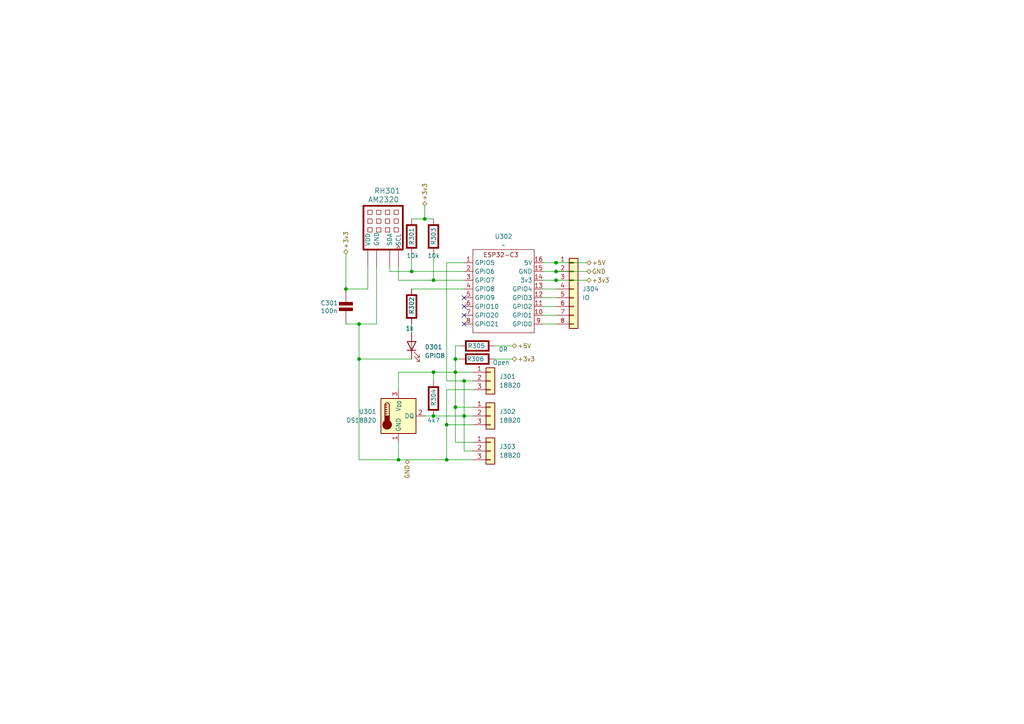
<source format=kicad_sch>
(kicad_sch (version 20231120) (generator "eeschema") (generator_version "8.0")
  (paper "A4")
  (lib_symbols
    (symbol "Connector_Generic:Conn_01x08" (pin_names (offset 1.016) hide)
      (property "Reference" "J" (at 0 10.16 0))
      (property "Value" "Conn_01x08" (at 0 -12.7 0))
      (symbol "Conn_01x08_1_1"
        (rectangle (start -1.27 -10.033) (end 0 -10.287) (stroke (width 0.1524)))
        (rectangle (start -1.27 -7.493) (end 0 -7.747) (stroke (width 0.1524)))
        (rectangle (start -1.27 -4.953) (end 0 -5.207) (stroke (width 0.1524)))
        (rectangle (start -1.27 -2.413) (end 0 -2.667) (stroke (width 0.1524)))
        (rectangle (start -1.27 0.127) (end 0 -0.127) (stroke (width 0.1524)))
        (rectangle (start -1.27 2.667) (end 0 2.413) (stroke (width 0.1524)))
        (rectangle (start -1.27 5.207) (end 0 4.953) (stroke (width 0.1524)))
        (rectangle (start -1.27 7.747) (end 0 7.493) (stroke (width 0.1524)))
        (rectangle (start -1.27 8.89) (end 1.27 -11.43) (stroke (width 0.254)) (fill (type background)))
        (pin passive line (at -5.08 7.62 0) (length 3.81) (name "Pin_1") (number "1"))
        (pin passive line (at -5.08 5.08 0) (length 3.81) (name "Pin_2") (number "2"))
        (pin passive line (at -5.08 2.54 0) (length 3.81) (name "Pin_3") (number "3"))
        (pin passive line (at -5.08 0 0) (length 3.81) (name "Pin_4") (number "4"))
        (pin passive line (at -5.08 -2.54 0) (length 3.81) (name "Pin_5") (number "5"))
        (pin passive line (at -5.08 -5.08 0) (length 3.81) (name "Pin_6") (number "6"))
        (pin passive line (at -5.08 -7.62 0) (length 3.81) (name "Pin_7") (number "7"))
        (pin passive line (at -5.08 -10.16 0) (length 3.81) (name "Pin_8") (number "8"))
      )
    )
    (symbol "Device:LED" (pin_numbers hide) (pin_names (offset 1.016) hide)
      (property "Reference" "D" (at 0 2.54 0))
      (property "Value" "LED" (at 0 -2.54 0))
      (symbol "LED_0_1"
        (polyline (pts (xy -1.27 -1.27) (xy -1.27 1.27)) (stroke (width 0.254)))
        (polyline (pts (xy -1.27 0) (xy 1.27 0)))
        (polyline (pts (xy 1.27 -1.27) (xy 1.27 1.27) (xy -1.27 0) (xy 1.27 -1.27)) (stroke (width 0.254)))
        (polyline (pts (xy -3.048 -0.762) (xy -4.572 -2.286) (xy -3.81 -2.286) (xy -4.572 -2.286) (xy -4.572 -1.524)))
        (polyline (pts (xy -1.778 -0.762) (xy -3.302 -2.286) (xy -2.54 -2.286) (xy -3.302 -2.286) (xy -3.302 -1.524)))
      )
      (symbol "LED_1_1"
        (pin passive line (at -3.81 0 0) (length 2.54) (name "K") (number "1"))
        (pin passive line (at 3.81 0 180) (length 2.54) (name "A") (number "2"))
      )
    )
    (symbol "PCM_4ms_Connector:Conn_01x03" (pin_names (offset 1.016) hide)
      (property "Reference" "J" (at 0 5.08 0))
      (property "Value" "Conn_01x03" (at 0 -5.08 0))
      (symbol "Conn_01x03_1_1"
        (rectangle (start -1.27 -2.413) (end 0 -2.667) (stroke (width 0.1524)))
        (rectangle (start -1.27 0.127) (end 0 -0.127) (stroke (width 0.1524)))
        (rectangle (start -1.27 2.667) (end 0 2.413) (stroke (width 0.1524)))
        (rectangle (start -1.27 3.81) (end 1.27 -3.81) (stroke (width 0.254)) (fill (type background)))
        (pin passive line (at -5.08 2.54 0) (length 3.81) (name "Pin_1") (number "1"))
        (pin passive line (at -5.08 0 0) (length 3.81) (name "Pin_2") (number "2"))
        (pin passive line (at -5.08 -2.54 0) (length 3.81) (name "Pin_3") (number "3"))
      )
    )
    (symbol "PCM_Elektuur:C" (pin_numbers hide) (pin_names (offset 0) hide)
      (property "Reference" "C" (at 0.635 3.175 0))
      (property "Value" "C" (at 0.635 -3.175 0))
      (symbol "C_1_1"
        (rectangle (start -1.905 -0.4318) (end 1.905 -1.1938) (stroke (width 0.254)) (fill (type outline)))
        (rectangle (start -1.905 1.1938) (end 1.905 0.4318) (stroke (width 0.254)) (fill (type outline)))
        (pin passive line (at 0 5.08 270) (length 3.8862) (name "+") (number "1"))
        (pin passive line (at 0 -5.08 90) (length 3.8862) (name "-") (number "2"))
      )
      (symbol "C_1_2"
        (polyline (pts (xy -1.905 -1.4986) (xy 1.905 -1.4986) (xy 1.905 -0.4318) (xy -1.905 -0.4318) (xy -1.905 -1.4986) (xy -1.8034 -1.397) (xy -1.8034 -0.5334) (xy 1.8034 -0.5334) (xy 1.8034 -1.397) (xy -1.8034 -1.397) (xy -1.905 -1.4986)) (stroke (width 0.254)) (fill (type outline)))
        (polyline (pts (xy -1.905 0.4318) (xy 1.905 0.4318) (xy 1.905 1.4986) (xy -1.905 1.4986) (xy -1.905 0.4318) (xy -1.8034 0.5334) (xy -1.8034 1.397) (xy 1.8034 1.397) (xy 1.8034 0.5334) (xy -1.8034 0.5334) (xy -1.905 0.4318)) (stroke (width 0.254)) (fill (type outline)))
        (pin passive line (at 0 5.08 270) (length 3.5814) (name "+") (number "1"))
        (pin passive line (at 0 -5.08 90) (length 3.5814) (name "-") (number "2"))
      )
    )
    (symbol "PCM_Elektuur:R" (pin_numbers hide) (pin_names (offset 0) hide)
      (property "Reference" "R" (at 2.54 3.175 0))
      (property "Value" "R" (at 0 0 90))
      (symbol "R_1_1"
        (polyline (pts (xy -1.524 -3.429) (xy 1.524 -3.429) (xy 1.524 3.429) (xy -1.524 3.429) (xy -1.524 -3.429) (xy -1.27 -3.175) (xy -1.27 3.175) (xy 1.27 3.175) (xy 1.27 -3.175) (xy -1.27 -3.175) (xy -1.524 -3.429)) (stroke (width 0.254)) (fill (type outline)))
        (pin passive line (at 0 5.08 270) (length 1.651) (name "+") (number "1"))
        (pin passive line (at 0 -5.08 90) (length 1.651) (name "-") (number "2"))
      )
      (symbol "R_1_2"
        (polyline (pts (xy -0.508 -3.429) (xy 1.524 -3.429) (xy 1.524 3.429) (xy -0.508 3.429) (xy -0.508 3.175) (xy 1.27 3.175) (xy 1.27 -3.175) (xy -0.508 -3.175) (xy -0.508 -3.429)) (stroke (width 0.254)) (fill (type outline)))
        (pin passive line (at 0 5.08 270) (length 1.651) (name "+") (number "1"))
        (pin passive line (at 0 -5.08 90) (length 1.651) (name "-") (number "2"))
      )
      (symbol "R_1_3"
        (polyline (pts (xy 0 3.4798) (xy 0 3.2004) (xy 0.7112 2.794) (xy -1.1938 1.6764) (xy 0.7112 0.5588) (xy -1.1938 -0.5588) (xy 0.7112 -1.6764) (xy -1.1938 -2.794) (xy 0 -3.4798) (xy 0 -3.2004) (xy -0.7112 -2.794) (xy 1.1938 -1.6764) (xy -0.7112 -0.5588) (xy 1.1938 0.5588) (xy -0.7112 1.6764) (xy 1.1938 2.794) (xy 0 3.4798)) (stroke (width 0.254)) (fill (type outline)))
        (pin passive line (at 0 5.08 270) (length 1.6002) (name "+") (number "1"))
        (pin passive line (at 0 -5.08 90) (length 1.6002) (name "-") (number "2"))
      )
      (symbol "R_1_4"
        (polyline (pts (xy 0 4.5466) (xy 0 4.2672) (xy 0.0508 4.2418) (xy 1.016 3.683) (xy -1.524 2.2098) (xy 1.016 0.7366) (xy -1.524 -0.7366) (xy 1.016 -2.2098) (xy -1.524 -3.683) (xy -0.0762 -4.5212) (xy 0 -4.5466) (xy 0 -4.2672) (xy -0.0508 -4.2418) (xy -1.016 -3.683) (xy 1.524 -2.2098) (xy -1.016 -0.7366) (xy 1.524 0.7366) (xy -1.016 2.2098) (xy 1.524 3.683) (xy 0.0762 4.5212) (xy 0 4.5466)) (stroke (width 0.254)) (fill (type outline)))
        (pin passive line (at 0 5.08 270) (length 0.5334) (name "+") (number "1"))
        (pin passive line (at 0 -5.08 90) (length 0.5334) (name "-") (number "2"))
      )
    )
    (symbol "Sensor_Temperature:DS18B20"
      (property "Reference" "U" (at -3.81 6.35 0))
      (property "Value" "DS18B20" (at 6.35 6.35 0))
      (symbol "DS18B20_0_1"
        (rectangle (start -5.08 5.08) (end 5.08 -5.08) (stroke (width 0.254)) (fill (type background)))
        (circle (center -3.302 -2.54) (radius 1.27) (stroke (width 0.254)) (fill (type outline)))
        (rectangle (start -2.667 -1.905) (end -3.937 0) (stroke (width 0.254)) (fill (type outline)))
        (arc (start -2.667 3.175) (mid -3.302 3.8073) (end -3.937 3.175) (stroke (width 0.254)))
        (polyline (pts (xy -3.937 0.635) (xy -3.302 0.635)) (stroke (width 0.254)))
        (polyline (pts (xy -3.937 1.27) (xy -3.302 1.27)) (stroke (width 0.254)))
        (polyline (pts (xy -3.937 1.905) (xy -3.302 1.905)) (stroke (width 0.254)))
        (polyline (pts (xy -3.937 2.54) (xy -3.302 2.54)) (stroke (width 0.254)))
        (polyline (pts (xy -3.937 3.175) (xy -3.937 0)) (stroke (width 0.254)))
        (polyline (pts (xy -3.937 3.175) (xy -3.302 3.175)) (stroke (width 0.254)))
        (polyline (pts (xy -2.667 3.175) (xy -2.667 0)) (stroke (width 0.254)))
      )
      (symbol "DS18B20_1_1"
        (pin power_in line (at 0 -7.62 90) (length 2.54) (name "GND") (number "1"))
        (pin bidirectional line (at 7.62 0 180) (length 2.54) (name "DQ") (number "2"))
        (pin power_in line (at 0 7.62 270) (length 2.54) (name "V_{DD}") (number "3"))
      )
    )
    (symbol "nosuz:AM2320" (pin_numbers hide) (pin_names (offset 1.016))
      (property "Reference" "RH" (at 0 11.43 0))
      (property "Value" "AM2320" (at -6.35 3.81 90))
      (symbol "AM2320_0_1"
        (rectangle (start -3.81 3.81) (end -2.54 2.54))
        (rectangle (start -3.81 6.35) (end -2.54 5.08))
        (rectangle (start -3.81 8.89) (end -2.54 7.62))
        (rectangle (start -1.27 3.81) (end 0 2.54))
        (rectangle (start -1.27 6.35) (end 0 5.08))
        (rectangle (start -1.27 8.89) (end 0 7.62))
        (rectangle (start 1.27 3.81) (end 2.54 2.54))
        (rectangle (start 1.27 6.35) (end 2.54 5.08))
        (rectangle (start 1.27 8.89) (end 2.54 7.62))
        (rectangle (start 3.81 3.81) (end 5.08 2.54))
        (rectangle (start 3.81 6.35) (end 5.08 5.08))
        (rectangle (start 3.81 8.89) (end 5.08 7.62))
        (rectangle (start 6.35 -2.54) (end -5.08 10.16) (stroke (width 0.508)))
      )
      (symbol "AM2320_1_1"
        (pin passive line (at -3.81 -7.62 90) (length 5.08) (name "VDD") (number "1"))
        (pin bidirectional line (at 2.54 -7.62 90) (length 5.08) (name "SDA") (number "2"))
        (pin passive line (at -1.27 -7.62 90) (length 5.08) (name "GND") (number "3"))
        (pin input clock (at 5.08 -7.62 90) (length 5.08) (name "SCL") (number "4"))
      )
    )
    (symbol "wemos_mini:ESP32-C3_SuperMini"
      (property "Reference" "U" (at 0 2.286 0))
      (symbol "ESP32-C3_SuperMini_0_1"
        (rectangle (start -8.89 1.27) (end 8.89 -22.86))
      )
      (symbol "ESP32-C3_SuperMini_1_1"
        (text "ESP32-C3" (at -0.762 -0.254 0) (effects (font (size 1.27 1.27))))
        (pin bidirectional line (at -11.43 -2.54 0) (length 2.54) (name "GPIO5") (number "1"))
        (pin bidirectional line (at 11.43 -17.78 180) (length 2.54) (name "GPIO1") (number "10"))
        (pin bidirectional line (at 11.43 -15.24 180) (length 2.54) (name "GPIO2") (number "11"))
        (pin bidirectional line (at 11.43 -12.7 180) (length 2.54) (name "GPIO3") (number "12"))
        (pin power_out line (at 11.43 -10.16 180) (length 2.54) (name "GPIO4") (number "13"))
        (pin power_out line (at 11.43 -7.62 180) (length 2.54) (name "3v3") (number "14"))
        (pin power_in line (at 11.43 -5.08 180) (length 2.54) (name "GND") (number "15"))
        (pin power_in line (at 11.43 -2.54 180) (length 2.54) (name "5V") (number "16"))
        (pin bidirectional line (at -11.43 -5.08 0) (length 2.54) (name "GPIO6") (number "2"))
        (pin bidirectional line (at -11.43 -7.62 0) (length 2.54) (name "GPIO7") (number "3"))
        (pin bidirectional line (at -11.43 -10.16 0) (length 2.54) (name "GPIO8") (number "4"))
        (pin bidirectional line (at -11.43 -12.7 0) (length 2.54) (name "GPIO9") (number "5"))
        (pin bidirectional line (at -11.43 -15.24 0) (length 2.54) (name "GPIO10") (number "6"))
        (pin bidirectional line (at -11.43 -17.78 0) (length 2.54) (name "GPIO20") (number "7"))
        (pin bidirectional line (at -11.43 -20.32 0) (length 2.54) (name "GPIO21") (number "8"))
        (pin bidirectional line (at 11.43 -20.32 180) (length 2.54) (name "GPIO0") (number "9"))
      )
    )
  )
  (junction (at 161.29 81.28))
  (junction (at 119.38 78.74))
  (junction (at 125.73 81.28))
  (junction (at 123.19 63.5))
  (junction (at 161.29 76.2))
  (junction (at 134.62 120.65))
  (junction (at 161.29 78.74))
  (junction (at 100.33 83.82))
  (junction (at 125.73 120.65))
  (junction (at 104.14 104.14))
  (junction (at 132.08 118.11))
  (junction (at 125.73 107.95))
  (junction (at 132.08 104.14))
  (junction (at 115.57 133.35))
  (junction (at 134.62 110.49))
  (junction (at 129.54 133.35))
  (junction (at 104.14 93.98))
  (junction (at 129.54 123.19))
  (junction (at 132.08 107.95))
  (no_connect (at 134.62 93.98))
  (no_connect (at 134.62 88.9))
  (no_connect (at 134.62 86.36))
  (no_connect (at 134.62 91.44))
  (wire (pts (xy 137.16 118.11) (xy 132.08 118.11)))
  (wire (pts (xy 157.48 93.98) (xy 161.29 93.98)))
  (wire (pts (xy 134.62 120.65) (xy 137.16 120.65)))
  (wire (pts (xy 115.57 81.28) (xy 115.57 77.47)))
  (wire (pts (xy 157.48 83.82) (xy 161.29 83.82)))
  (wire (pts (xy 134.62 110.49) (xy 129.54 110.49)))
  (wire (pts (xy 134.62 120.65) (xy 134.62 110.49)))
  (wire (pts (xy 161.29 81.28) (xy 170.18 81.28)))
  (wire (pts (xy 125.73 120.65) (xy 134.62 120.65)))
  (wire (pts (xy 157.48 86.36) (xy 161.29 86.36)))
  (wire (pts (xy 134.62 78.74) (xy 119.38 78.74)))
  (wire (pts (xy 115.57 128.27) (xy 115.57 133.35)))
  (wire (pts (xy 132.08 107.95) (xy 125.73 107.95)))
  (wire (pts (xy 137.16 123.19) (xy 129.54 123.19)))
  (wire (pts (xy 115.57 113.03) (xy 115.57 107.95)))
  (wire (pts (xy 161.29 78.74) (xy 170.18 78.74)))
  (wire (pts (xy 133.35 100.33) (xy 132.08 100.33)))
  (wire (pts (xy 157.48 76.2) (xy 161.29 76.2)))
  (wire (pts (xy 119.38 93.98) (xy 119.38 96.52)))
  (wire (pts (xy 119.38 73.66) (xy 119.38 78.74)))
  (wire (pts (xy 125.73 107.95) (xy 125.73 110.49)))
  (wire (pts (xy 129.54 113.03) (xy 137.16 113.03)))
  (wire (pts (xy 129.54 133.35) (xy 129.54 123.19)))
  (wire (pts (xy 132.08 100.33) (xy 132.08 104.14)))
  (wire (pts (xy 106.68 77.47) (xy 106.68 83.82)))
  (wire (pts (xy 132.08 104.14) (xy 133.35 104.14)))
  (wire (pts (xy 115.57 107.95) (xy 125.73 107.95)))
  (wire (pts (xy 115.57 81.28) (xy 125.73 81.28)))
  (wire (pts (xy 125.73 81.28) (xy 134.62 81.28)))
  (wire (pts (xy 129.54 76.2) (xy 134.62 76.2)))
  (wire (pts (xy 115.57 133.35) (xy 129.54 133.35)))
  (wire (pts (xy 104.14 93.98) (xy 104.14 104.14)))
  (wire (pts (xy 132.08 104.14) (xy 132.08 107.95)))
  (wire (pts (xy 119.38 63.5) (xy 123.19 63.5)))
  (wire (pts (xy 104.14 133.35) (xy 115.57 133.35)))
  (wire (pts (xy 119.38 83.82) (xy 134.62 83.82)))
  (wire (pts (xy 104.14 104.14) (xy 104.14 133.35)))
  (wire (pts (xy 161.29 76.2) (xy 170.18 76.2)))
  (wire (pts (xy 134.62 130.81) (xy 134.62 120.65)))
  (wire (pts (xy 143.51 104.14) (xy 148.59 104.14)))
  (wire (pts (xy 132.08 118.11) (xy 132.08 107.95)))
  (wire (pts (xy 134.62 110.49) (xy 137.16 110.49)))
  (wire (pts (xy 104.14 104.14) (xy 119.38 104.14)))
  (wire (pts (xy 157.48 91.44) (xy 161.29 91.44)))
  (wire (pts (xy 129.54 133.35) (xy 137.16 133.35)))
  (wire (pts (xy 123.19 63.5) (xy 125.73 63.5)))
  (wire (pts (xy 157.48 88.9) (xy 161.29 88.9)))
  (wire (pts (xy 132.08 107.95) (xy 137.16 107.95)))
  (wire (pts (xy 129.54 110.49) (xy 129.54 76.2)))
  (wire (pts (xy 109.22 77.47) (xy 109.22 93.98)))
  (wire (pts (xy 137.16 130.81) (xy 134.62 130.81)))
  (wire (pts (xy 157.48 81.28) (xy 161.29 81.28)))
  (wire (pts (xy 132.08 128.27) (xy 132.08 118.11)))
  (wire (pts (xy 100.33 73.66) (xy 100.33 83.82)))
  (wire (pts (xy 137.16 128.27) (xy 132.08 128.27)))
  (wire (pts (xy 123.19 59.69) (xy 123.19 63.5)))
  (wire (pts (xy 125.73 73.66) (xy 125.73 81.28)))
  (wire (pts (xy 157.48 78.74) (xy 161.29 78.74)))
  (wire (pts (xy 113.03 78.74) (xy 113.03 77.47)))
  (wire (pts (xy 104.14 93.98) (xy 109.22 93.98)))
  (wire (pts (xy 123.19 120.65) (xy 125.73 120.65)))
  (wire (pts (xy 129.54 123.19) (xy 129.54 113.03)))
  (wire (pts (xy 100.33 93.98) (xy 104.14 93.98)))
  (wire (pts (xy 100.33 83.82) (xy 106.68 83.82)))
  (wire (pts (xy 148.59 100.33) (xy 143.51 100.33)))
  (wire (pts (xy 119.38 78.74) (xy 113.03 78.74)))
  (hierarchical_label "+5V" (shape bidirectional) (at 170.18 76.2 0))
  (hierarchical_label "GND" (shape bidirectional) (at 170.18 78.74 0))
  (hierarchical_label "+5V" (shape bidirectional) (at 148.59 100.33 0))
  (hierarchical_label "+3v3" (shape bidirectional) (at 170.18 81.28 0))
  (hierarchical_label "GND" (shape bidirectional) (at 118.11 133.35 270))
  (hierarchical_label "+3v3" (shape bidirectional) (at 100.33 73.66 90))
  (hierarchical_label "+3v3" (shape bidirectional) (at 123.19 59.69 90))
  (hierarchical_label "+3v3" (shape bidirectional) (at 148.59 104.14 0))
  (symbol (lib_id "PCM_4ms_Connector:Conn_01x03") (at 142.24 120.65 0) (unit 1)
    (property "Reference" "J302" (at 144.78 119.3799 0) (effects (justify left)))
    (property "Value" "18B20" (at 144.78 121.9199 0) (effects (justify left)))
    (property "Footprint" "PCM_4ms_Connector:Pins_1x03_2.54mm_TH" (effects (hide yes)))
    (property "Description" "HEADER 1x3 MALE PINS 0.100” 180deg" (effects (hide yes)))
    (property "Specifications" "HEADER 1x3 MALE PINS 0.100” 180deg" (effects (hide yes)))
    (property "Manufacturer" "TAD" (effects (hide yes)))
    (property "Part Number" "1-0301FBV0T" (effects (hide yes)))
  )
  (symbol (lib_id "PCM_Elektuur:R") (at 125.73 68.58 0) (unit 1)
    (property "Reference" "R303" (at 125.73 71.12 90) (effects (justify left)))
    (property "Value" "10k" (at 123.952 74.168 0) (effects (justify left)))
    (property "Footprint" "Resistor_SMD:R_0805_2012Metric" (effects (hide yes)))
    (property "Description" "resistor" (effects (hide yes)))
    (property "Indicator" "+" (effects (hide yes)))
    (property "Rating" "W" (effects (hide yes)))
  )
  (symbol (lib_id "PCM_4ms_Connector:Conn_01x03") (at 142.24 110.49 0) (unit 1)
    (property "Reference" "J301" (at 144.78 109.2199 0) (effects (justify left)))
    (property "Value" "18B20" (at 144.78 111.7599 0) (effects (justify left)))
    (property "Footprint" "PCM_4ms_Connector:Pins_1x03_2.54mm_TH" (effects (hide yes)))
    (property "Description" "HEADER 1x3 MALE PINS 0.100” 180deg" (effects (hide yes)))
    (property "Specifications" "HEADER 1x3 MALE PINS 0.100” 180deg" (effects (hide yes)))
    (property "Manufacturer" "TAD" (effects (hide yes)))
    (property "Part Number" "1-0301FBV0T" (effects (hide yes)))
  )
  (symbol (lib_id "PCM_Elektuur:R") (at 119.38 88.9 0) (unit 1)
    (property "Reference" "R302" (at 119.38 91.186 90) (effects (justify left)))
    (property "Value" "1k" (at 117.602 95.25 0) (effects (justify left)))
    (property "Footprint" "Resistor_SMD:R_0805_2012Metric" (effects (hide yes)))
    (property "Description" "resistor" (effects (hide yes)))
    (property "Indicator" "+" (effects (hide yes)))
    (property "Rating" "W" (effects (hide yes)))
  )
  (symbol (lib_id "PCM_Elektuur:C") (at 100.33 88.9 0) (unit 1)
    (property "Reference" "C301" (at 92.964 87.884 0) (effects (justify left)))
    (property "Value" "100n" (at 92.964 90.17 0) (effects (justify left)))
    (property "Footprint" "Capacitor_SMD:C_0805_2012Metric" (effects (hide yes)))
    (property "Description" "capacitor, non-polarized/bipolar" (effects (hide yes)))
    (property "Indicator" "+" (effects (hide yes)))
    (property "Rating" "V" (effects (hide yes)))
  )
  (symbol (lib_id "PCM_Elektuur:R") (at 119.38 68.58 0) (unit 1)
    (property "Reference" "R301" (at 119.38 71.12 90) (effects (justify left)))
    (property "Value" "10k" (at 117.856 74.168 0) (effects (justify left)))
    (property "Footprint" "Resistor_SMD:R_0805_2012Metric" (effects (hide yes)))
    (property "Description" "resistor" (effects (hide yes)))
    (property "Indicator" "+" (effects (hide yes)))
    (property "Rating" "W" (effects (hide yes)))
  )
  (symbol (lib_id "nosuz:AM2320") (at 110.49 69.85 0) (unit 1)
    (property "Reference" "RH301" (at 108.458 55.372 0) (effects (font (size 1.524 1.524)) (justify left)))
    (property "Value" "AM2320" (at 106.68 57.912 0) (effects (font (size 1.524 1.524)) (justify left)))
    (property "Footprint" "Sensor:ASAIR_AM2302_P2.54mm_Vertical" (effects (hide yes)))
    (property "Description" "Temp and Relative Humidity Sensor" (effects (hide yes)))
  )
  (symbol (lib_id "PCM_Elektuur:R") (at 138.43 100.33 90) (unit 1)
    (property "Reference" "R305" (at 140.716 100.33 90) (effects (justify left)))
    (property "Value" "0R" (at 147.32 101.346 90) (effects (justify left)))
    (property "Footprint" "Resistor_SMD:R_0805_2012Metric" (effects (hide yes)))
    (property "Description" "resistor" (effects (hide yes)))
    (property "Indicator" "+" (effects (hide yes)))
    (property "Rating" "W" (effects (hide yes)))
  )
  (symbol (lib_id "PCM_Elektuur:R") (at 138.43 104.14 90) (unit 1)
    (property "Reference" "R306" (at 140.462 104.14 90) (effects (justify left)))
    (property "Value" "Open" (at 147.828 105.156 90) (effects (justify left)))
    (property "Footprint" "Resistor_SMD:R_0805_2012Metric" (effects (hide yes)))
    (property "Description" "resistor" (effects (hide yes)))
    (property "Indicator" "+" (effects (hide yes)))
    (property "Rating" "W" (effects (hide yes)))
  )
  (symbol (lib_id "Sensor_Temperature:DS18B20") (at 115.57 120.65 0) (unit 1)
    (property "Reference" "U301" (at 109.22 119.3799 0) (effects (justify right)))
    (property "Value" "DS18B20" (at 109.22 121.9199 0) (effects (justify right)))
    (property "Footprint" "Package_TO_SOT_THT:TO-92_Inline" (effects (hide yes)))
    (property "Datasheet" "http://datasheets.maximintegrated.com/en/ds/DS18B20.pdf" (effects (hide yes)))
    (property "Description" "Programmable Resolution 1-Wire Digital Thermometer TO-92" (effects (hide yes)))
  )
  (symbol (lib_id "wemos_mini:ESP32-C3_SuperMini") (at 146.05 73.66 0) (unit 1)
    (property "Reference" "U302" (at 146.05 68.58 0))
    (property "Value" "~" (at 146.05 71.12 0))
    (property "Footprint" "AJ_2024_Library:ESP32-C3-Supermini" (effects (hide yes)))
  )
  (symbol (lib_id "PCM_4ms_Connector:Conn_01x03") (at 142.24 130.81 0) (unit 1)
    (property "Reference" "J303" (at 144.78 129.5399 0) (effects (justify left)))
    (property "Value" "18B20" (at 144.78 132.0799 0) (effects (justify left)))
    (property "Footprint" "PCM_4ms_Connector:Pins_1x03_2.54mm_TH" (effects (hide yes)))
    (property "Description" "HEADER 1x3 MALE PINS 0.100” 180deg" (effects (hide yes)))
    (property "Specifications" "HEADER 1x3 MALE PINS 0.100” 180deg" (effects (hide yes)))
    (property "Manufacturer" "TAD" (effects (hide yes)))
    (property "Part Number" "1-0301FBV0T" (effects (hide yes)))
  )
  (symbol (lib_id "PCM_Elektuur:R") (at 125.73 115.57 0) (unit 1)
    (property "Reference" "R304" (at 125.73 117.856 90) (effects (justify left)))
    (property "Value" "4k7" (at 123.952 121.92 0) (effects (justify left)))
    (property "Footprint" "Resistor_SMD:R_0805_2012Metric" (effects (hide yes)))
    (property "Description" "resistor" (effects (hide yes)))
    (property "Indicator" "+" (effects (hide yes)))
    (property "Rating" "W" (effects (hide yes)))
  )
  (symbol (lib_id "Device:LED") (at 119.38 100.33 90) (unit 1)
    (property "Reference" "D301" (at 123.19 100.6474 90) (effects (justify right)))
    (property "Value" "GPIO8" (at 123.19 103.1874 90) (effects (justify right)))
    (property "Footprint" "LED_THT:LED_D3.0mm" (effects (hide yes)))
    (property "Description" "Light emitting diode" (effects (hide yes)))
  )
  (symbol (lib_id "Connector_Generic:Conn_01x08") (at 166.37 83.82 0) (unit 1)
    (property "Reference" "J304" (at 168.91 83.8199 0) (effects (justify left)))
    (property "Value" "IO" (at 168.91 86.3599 0) (effects (justify left)))
    (property "Footprint" "PCM_4ms_Connector:Pins_1x08_2.54mm_TH" (effects (hide yes)))
    (property "Description" "Generic connector, single row, 01x08, script generated (kicad-library-utils/schlib/autogen/connector/)" (effects (hide yes)))
  )
)
</source>
